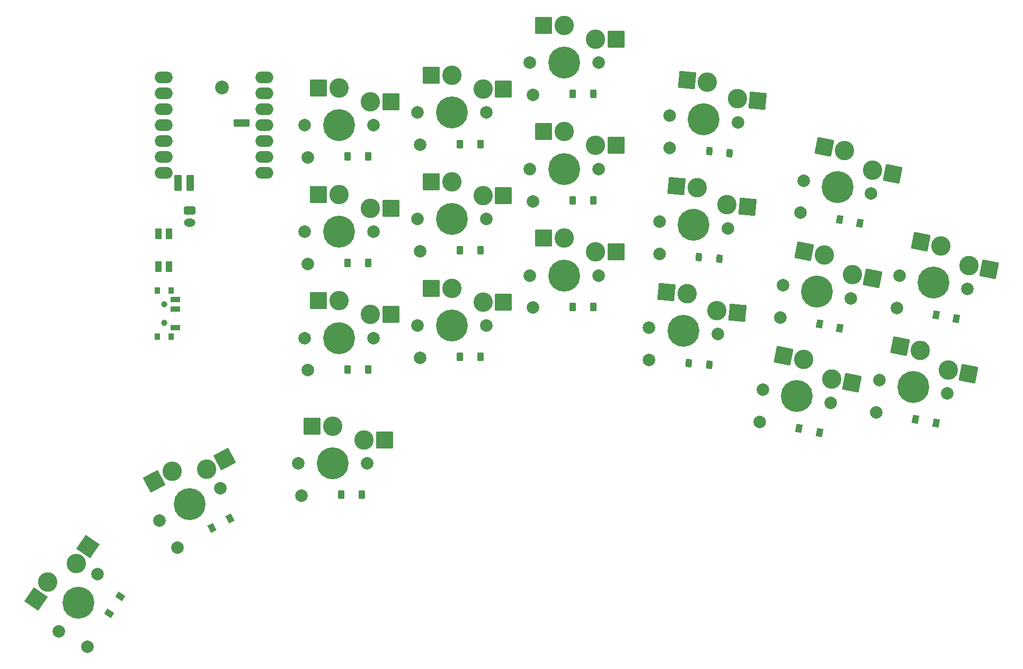
<source format=gbr>
%TF.GenerationSoftware,KiCad,Pcbnew,9.0.6*%
%TF.CreationDate,2025-12-30T20:42:03+01:00*%
%TF.ProjectId,right,72696768-742e-46b6-9963-61645f706362,v1.0.0*%
%TF.SameCoordinates,Original*%
%TF.FileFunction,Soldermask,Bot*%
%TF.FilePolarity,Negative*%
%FSLAX46Y46*%
G04 Gerber Fmt 4.6, Leading zero omitted, Abs format (unit mm)*
G04 Created by KiCad (PCBNEW 9.0.6) date 2025-12-30 20:42:03*
%MOMM*%
%LPD*%
G01*
G04 APERTURE LIST*
G04 Aperture macros list*
%AMRoundRect*
0 Rectangle with rounded corners*
0 $1 Rounding radius*
0 $2 $3 $4 $5 $6 $7 $8 $9 X,Y pos of 4 corners*
0 Add a 4 corners polygon primitive as box body*
4,1,4,$2,$3,$4,$5,$6,$7,$8,$9,$2,$3,0*
0 Add four circle primitives for the rounded corners*
1,1,$1+$1,$2,$3*
1,1,$1+$1,$4,$5*
1,1,$1+$1,$6,$7*
1,1,$1+$1,$8,$9*
0 Add four rect primitives between the rounded corners*
20,1,$1+$1,$2,$3,$4,$5,0*
20,1,$1+$1,$4,$5,$6,$7,0*
20,1,$1+$1,$6,$7,$8,$9,0*
20,1,$1+$1,$8,$9,$2,$3,0*%
G04 Aperture macros list end*
%ADD10O,2.850000X1.900000*%
%ADD11RoundRect,0.142857X-0.457143X1.157143X-0.457143X-1.157143X0.457143X-1.157143X0.457143X1.157143X0*%
%ADD12C,2.200000*%
%ADD13RoundRect,0.142857X-1.157143X-0.457143X1.157143X-0.457143X1.157143X0.457143X-1.157143X0.457143X0*%
%ADD14RoundRect,0.050000X-0.450000X-0.600000X0.450000X-0.600000X0.450000X0.600000X-0.450000X0.600000X0*%
%ADD15RoundRect,0.050000X-0.505436X-0.554107X0.390421X-0.640368X0.505436X0.554107X-0.390421X0.640368X0*%
%ADD16C,2.000000*%
%ADD17C,3.100000*%
%ADD18C,5.100000*%
%ADD19RoundRect,0.050000X-1.524167X-1.028064X1.028064X-1.524167X1.524167X1.028064X-1.028064X1.524167X0*%
%ADD20RoundRect,0.050000X-1.300000X-1.300000X1.300000X-1.300000X1.300000X1.300000X-1.300000X1.300000X0*%
%ADD21RoundRect,0.050000X-1.418615X-1.169416X1.169416X-1.418615X1.418615X1.169416X-1.169416X1.418615X0*%
%ADD22RoundRect,0.050000X-0.556218X-0.503112X0.327247X-0.674840X0.556218X0.503112X-0.327247X0.674840X0*%
%ADD23RoundRect,0.050000X-0.115643X-0.741031X0.679009X-0.318506X0.115643X0.741031X-0.679009X0.318506X0*%
%ADD24RoundRect,0.050000X-0.500000X0.775000X-0.500000X-0.775000X0.500000X-0.775000X0.500000X0.775000X0*%
%ADD25RoundRect,0.050000X-0.537519X-1.758145X1.758145X-0.537519X0.537519X1.758145X-1.758145X0.537519X0*%
%ADD26RoundRect,0.260000X0.665000X-0.390000X0.665000X0.390000X-0.665000X0.390000X-0.665000X-0.390000X0*%
%ADD27O,1.850000X1.300000*%
%ADD28RoundRect,0.050000X0.245786X-0.708583X0.749059X0.037551X-0.245786X0.708583X-0.749059X-0.037551X0*%
%ADD29RoundRect,0.050000X0.350798X-1.804700X1.804700X0.350798X-0.350798X1.804700X-1.804700X-0.350798X0*%
%ADD30RoundRect,0.050000X-0.400000X0.500000X-0.400000X-0.500000X0.400000X-0.500000X0.400000X0.500000X0*%
%ADD31C,1.000000*%
%ADD32RoundRect,0.050000X-0.750000X0.350000X-0.750000X-0.350000X0.750000X-0.350000X0.750000X0.350000X0*%
%ADD33RoundRect,0.050000X0.750000X-0.350000X0.750000X0.350000X-0.750000X0.350000X-0.750000X-0.350000X0*%
G04 APERTURE END LIST*
D10*
%TO.C,U?*%
X149944305Y-94950002D03*
X149944305Y-100030010D03*
X149944305Y-102570011D03*
X149944306Y-97490003D03*
X149944307Y-89870008D03*
D11*
X152285003Y-104157503D03*
X154190006Y-104157507D03*
D10*
X166055703Y-100030004D03*
X166055704Y-92410009D03*
X166055704Y-97490000D03*
X166055705Y-87330001D03*
X166055705Y-89870002D03*
X166055705Y-94950010D03*
X166055706Y-102570002D03*
X149944306Y-92410012D03*
X149944304Y-87330010D03*
D12*
X159270005Y-88917506D03*
D13*
X162445004Y-94632506D03*
%TD*%
D14*
%TO.C,D34*%
X179350010Y-116950005D03*
X182650010Y-116950005D03*
%TD*%
D15*
%TO.C,D25*%
X235531865Y-116000160D03*
X238816673Y-116316448D03*
%TD*%
D16*
%TO.C,S39*%
X264374664Y-135702127D03*
X263882812Y-140852913D03*
D17*
X270908927Y-130910899D03*
D18*
X269773614Y-136751579D03*
D17*
X275397285Y-134024522D03*
D16*
X275172564Y-137801031D03*
D19*
X267694099Y-130285997D03*
X278612113Y-134649423D03*
%TD*%
D16*
%TO.C,S35*%
X172500008Y-94950005D03*
X173000008Y-100100006D03*
D17*
X178000007Y-89000005D03*
D18*
X178000008Y-94950005D03*
D17*
X183000004Y-91200005D03*
D16*
X183500008Y-94950005D03*
D20*
X174725009Y-89000005D03*
X186275007Y-91200005D03*
%TD*%
D16*
%TO.C,S23*%
X252238834Y-103800377D03*
X251746982Y-108951163D03*
D17*
X258773097Y-99009149D03*
D18*
X257637784Y-104849829D03*
D17*
X263261455Y-102122772D03*
D16*
X263036734Y-105899281D03*
D19*
X255558269Y-98384247D03*
X266476283Y-102747673D03*
%TD*%
D16*
%TO.C,S26*%
X230822007Y-93444903D03*
X230826101Y-98619116D03*
D17*
X236866969Y-88049449D03*
D18*
X236296687Y-93972055D03*
D17*
X241633090Y-90718549D03*
D16*
X241771367Y-94499207D03*
D21*
X233607047Y-87735552D03*
X244893013Y-91032443D03*
%TD*%
D16*
%TO.C,S40*%
X267618411Y-119014469D03*
X267126559Y-124165255D03*
D17*
X274152674Y-114223241D03*
D18*
X273017361Y-120063921D03*
D17*
X278641032Y-117336864D03*
D16*
X278416311Y-121113373D03*
D19*
X270937846Y-113598339D03*
X281855860Y-117961765D03*
%TD*%
D22*
%TO.C,D23*%
X258008929Y-110015563D03*
X261248299Y-110645233D03*
%TD*%
%TO.C,D21*%
X251521432Y-143390876D03*
X254760802Y-144020546D03*
%TD*%
D14*
%TO.C,D31*%
X197350007Y-114950000D03*
X200650007Y-114950000D03*
%TD*%
D23*
%TO.C,D37*%
X157689465Y-159300715D03*
X160603191Y-157751461D03*
%TD*%
D16*
%TO.C,S33*%
X172500008Y-128950010D03*
X173000008Y-134100011D03*
D17*
X178000007Y-123000010D03*
D18*
X178000008Y-128950010D03*
D17*
X183000004Y-125200010D03*
D16*
X183500008Y-128950010D03*
D20*
X174725009Y-123000010D03*
X186275007Y-125200010D03*
%TD*%
D16*
%TO.C,S28*%
X208500011Y-101950004D03*
X209000011Y-107100005D03*
D17*
X214000010Y-96000004D03*
D18*
X214000011Y-101950004D03*
D17*
X219000007Y-98200004D03*
D16*
X219500011Y-101950004D03*
D20*
X210725012Y-96000004D03*
X222275010Y-98200004D03*
%TD*%
D16*
%TO.C,S34*%
X172500010Y-111950003D03*
X173000010Y-117100004D03*
D17*
X178000009Y-106000003D03*
D18*
X178000010Y-111950003D03*
D17*
X183000006Y-108200003D03*
D16*
X183500010Y-111950003D03*
D20*
X174725011Y-106000003D03*
X186275009Y-108200003D03*
%TD*%
D16*
%TO.C,S36*%
X171500009Y-148950007D03*
X172000009Y-154100008D03*
D17*
X177000008Y-143000007D03*
D18*
X177000009Y-148950007D03*
D17*
X182000005Y-145200007D03*
D16*
X182500009Y-148950007D03*
D20*
X173725010Y-143000007D03*
X185275008Y-145200007D03*
%TD*%
D14*
%TO.C,D35*%
X179350008Y-99950001D03*
X182650008Y-99950001D03*
%TD*%
D24*
%TO.C,RST1*%
X149150008Y-117575012D03*
X150850009Y-117575013D03*
X149150009Y-112325011D03*
X150850010Y-112325012D03*
%TD*%
D16*
%TO.C,S37*%
X149293912Y-158101858D03*
X152153166Y-162414302D03*
D18*
X154150125Y-155519765D03*
D17*
X151356772Y-150266226D03*
X156804344Y-149861352D03*
D16*
X159006338Y-152937672D03*
D25*
X148465116Y-151803746D03*
X159695998Y-148323835D03*
%TD*%
D14*
%TO.C,D27*%
X215350011Y-123950007D03*
X218650011Y-123950007D03*
%TD*%
%TO.C,D30*%
X197350003Y-131950004D03*
X200650003Y-131950004D03*
%TD*%
%TO.C,D33*%
X179350003Y-133949996D03*
X182650003Y-133949996D03*
%TD*%
D16*
%TO.C,S32*%
X190500007Y-92950008D03*
X191000007Y-98100009D03*
D17*
X196000006Y-87000008D03*
D18*
X196000007Y-92950008D03*
D17*
X201000003Y-89200008D03*
D16*
X201500007Y-92950008D03*
D20*
X192725008Y-87000008D03*
X204275006Y-89200008D03*
%TD*%
D16*
%TO.C,S31*%
X190500006Y-109950002D03*
X191000006Y-115100003D03*
D17*
X196000005Y-104000002D03*
D18*
X196000006Y-109950002D03*
D17*
X201000002Y-106200002D03*
D16*
X201500006Y-109950002D03*
D20*
X192725007Y-104000002D03*
X204275005Y-106200002D03*
%TD*%
D16*
%TO.C,S24*%
X227563251Y-127288369D03*
X227567345Y-132462582D03*
D17*
X233608213Y-121892915D03*
D18*
X233037931Y-127815521D03*
D17*
X238374334Y-124562015D03*
D16*
X238512611Y-128342673D03*
D21*
X230348291Y-121579018D03*
X241634257Y-124875909D03*
%TD*%
D15*
%TO.C,D24*%
X233902483Y-132921886D03*
X237187291Y-133238174D03*
%TD*%
D16*
%TO.C,S22*%
X248995075Y-120488037D03*
X248503223Y-125638823D03*
D17*
X255529338Y-115696809D03*
D18*
X254394025Y-121537489D03*
D17*
X260017696Y-118810432D03*
D16*
X259792975Y-122586941D03*
D19*
X252314510Y-115071907D03*
X263232524Y-119435333D03*
%TD*%
D22*
%TO.C,D40*%
X273388515Y-125229637D03*
X276627885Y-125859307D03*
%TD*%
D14*
%TO.C,D28*%
X215350007Y-106950001D03*
X218650007Y-106950001D03*
%TD*%
D26*
%TO.C,JST1*%
X154092721Y-108539021D03*
D27*
X154092725Y-110539019D03*
%TD*%
D14*
%TO.C,D29*%
X215350007Y-89950002D03*
X218650007Y-89950002D03*
%TD*%
D16*
%TO.C,S30*%
X190500008Y-126950004D03*
X191000008Y-132100005D03*
D17*
X196000007Y-121000004D03*
D18*
X196000008Y-126950004D03*
D17*
X201000004Y-123200004D03*
D16*
X201500008Y-126950004D03*
D20*
X192725009Y-121000004D03*
X204275007Y-123200004D03*
%TD*%
D28*
%TO.C,D38*%
X141230844Y-172915631D03*
X143076172Y-170179805D03*
%TD*%
D16*
%TO.C,S38*%
X133255185Y-175798571D03*
X137804326Y-178263894D03*
D17*
X131397972Y-167911671D03*
D18*
X136330746Y-171238864D03*
D17*
X136017820Y-164996702D03*
D16*
X139406307Y-166679157D03*
D29*
X129566615Y-170626764D03*
X137849177Y-162281604D03*
%TD*%
D16*
%TO.C,S29*%
X208500003Y-84950015D03*
X209000003Y-90100016D03*
D17*
X214000002Y-79000015D03*
D18*
X214000003Y-84950015D03*
D17*
X218999999Y-81200015D03*
D16*
X219500003Y-84950015D03*
D20*
X210725004Y-79000015D03*
X222275002Y-81200015D03*
%TD*%
D15*
%TO.C,D26*%
X237161244Y-99078422D03*
X240446052Y-99394710D03*
%TD*%
D16*
%TO.C,S21*%
X245751331Y-137175707D03*
X245259479Y-142326493D03*
D17*
X252285594Y-132384479D03*
D18*
X251150281Y-138225159D03*
D17*
X256773952Y-135498102D03*
D16*
X256549231Y-139274611D03*
D19*
X249070766Y-131759577D03*
X259988780Y-136123003D03*
%TD*%
D16*
%TO.C,S25*%
X229192634Y-110366634D03*
X229196728Y-115540847D03*
D17*
X235237596Y-104971180D03*
D18*
X234667314Y-110893786D03*
D17*
X240003717Y-107640280D03*
D16*
X240141994Y-111420938D03*
D21*
X231977674Y-104657283D03*
X243263640Y-107954174D03*
%TD*%
D22*
%TO.C,D22*%
X254765178Y-126703221D03*
X258004548Y-127332891D03*
%TD*%
D30*
%TO.C,PWR1*%
X151177729Y-121389019D03*
X151177722Y-128689024D03*
D31*
X150067719Y-126539024D03*
X150067718Y-123539023D03*
D30*
X148967723Y-128689011D03*
X148967720Y-121389015D03*
D32*
X151827720Y-127289020D03*
D33*
X151827717Y-124289017D03*
D32*
X151827719Y-122789018D03*
%TD*%
D14*
%TO.C,D32*%
X197350006Y-97949999D03*
X200650006Y-97949999D03*
%TD*%
%TO.C,D36*%
X178350003Y-153950007D03*
X181650003Y-153950007D03*
%TD*%
D22*
%TO.C,D39*%
X270144763Y-141917309D03*
X273384133Y-142546979D03*
%TD*%
D16*
%TO.C,S27*%
X208500001Y-118950000D03*
X209000001Y-124100001D03*
D17*
X214000000Y-113000000D03*
D18*
X214000001Y-118950000D03*
D17*
X218999997Y-115200000D03*
D16*
X219500001Y-118950000D03*
D20*
X210725002Y-113000000D03*
X222275000Y-115200000D03*
%TD*%
M02*

</source>
